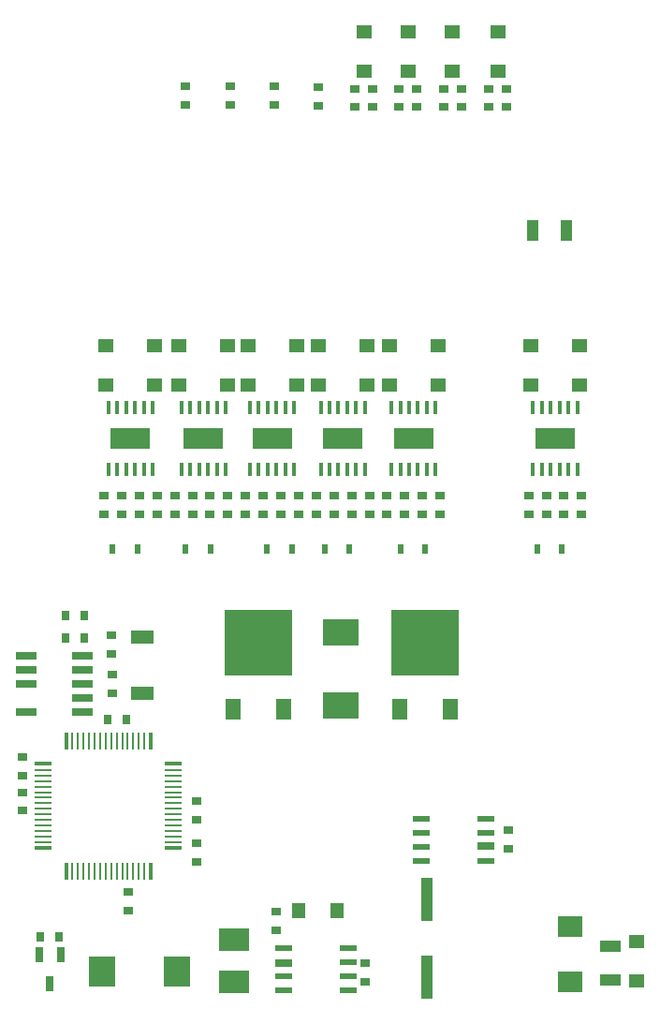
<source format=gtp>
G04 #@! TF.GenerationSoftware,KiCad,Pcbnew,(5.0.0-rc2-dev-130-g0bdae22af-dirty)*
G04 #@! TF.CreationDate,2018-12-21T20:13:30+02:00*
G04 #@! TF.ProjectId,icu,6963752E6B696361645F706362000000,rev?*
G04 #@! TF.SameCoordinates,Original*
G04 #@! TF.FileFunction,Paste,Top*
G04 #@! TF.FilePolarity,Positive*
%FSLAX46Y46*%
G04 Gerber Fmt 4.6, Leading zero omitted, Abs format (unit mm)*
G04 Created by KiCad (PCBNEW (5.0.0-rc2-dev-130-g0bdae22af-dirty)) date Fri Dec 21 20:13:30 2018*
%MOMM*%
%LPD*%
G01*
G04 APERTURE LIST*
%ADD10R,1.399540X1.297940*%
%ADD11R,0.939800X0.762000*%
%ADD12R,0.762000X0.939800*%
%ADD13R,1.899920X0.998220*%
%ADD14R,2.400000X2.700000*%
%ADD15R,2.800000X2.000000*%
%ADD16R,1.400000X1.900000*%
%ADD17R,6.100000X5.970000*%
%ADD18R,1.524000X0.600000*%
%ADD19R,1.524000X0.635000*%
%ADD20R,0.998220X3.997960*%
%ADD21R,2.179320X1.900000*%
%ADD22R,3.300000X2.400000*%
%ADD23R,1.297940X1.399540*%
%ADD24R,1.905000X0.635000*%
%ADD25R,0.400000X1.200000*%
%ADD26R,3.600000X1.900000*%
%ADD27R,0.398780X1.498600*%
%ADD28R,0.279400X1.498600*%
%ADD29R,1.498600X0.398780*%
%ADD30R,1.498600X0.279400*%
%ADD31R,2.000000X1.300000*%
%ADD32R,0.998220X1.899920*%
%ADD33R,0.700000X1.350000*%
%ADD34R,0.630000X0.830000*%
G04 APERTURE END LIST*
D10*
X194800000Y-133284700D03*
X194800000Y-136815300D03*
D11*
X151400000Y-94638200D03*
X151400000Y-92961800D03*
D12*
X140861800Y-132800000D03*
X142538200Y-132800000D03*
D13*
X192400000Y-136698600D03*
X192400000Y-133701400D03*
D11*
X170250000Y-135211800D03*
X170250000Y-136888200D03*
D14*
X153200000Y-136000000D03*
X146400000Y-136000000D03*
D15*
X158400000Y-133100000D03*
X158400000Y-136900000D03*
D16*
X158310000Y-112285000D03*
X162890000Y-112285000D03*
D17*
X160600000Y-106200000D03*
D18*
X168680610Y-133876856D03*
X168680610Y-135146856D03*
X168680610Y-136416856D03*
X168680610Y-137686856D03*
X162838610Y-137686856D03*
X162838610Y-136416856D03*
D19*
X162838610Y-135181856D03*
D18*
X162838610Y-133876856D03*
D20*
X175800000Y-129401620D03*
X175800000Y-136498380D03*
D11*
X148200000Y-92961800D03*
X148200000Y-94638200D03*
X146600000Y-94638200D03*
X146600000Y-92961800D03*
X157800000Y-92961800D03*
X157800000Y-94638200D03*
X164200000Y-94638200D03*
X164200000Y-92961800D03*
X170600000Y-92961800D03*
X170600000Y-94638200D03*
X177000000Y-94638200D03*
X177000000Y-92961800D03*
X189800000Y-94638200D03*
X189800000Y-92961800D03*
X183200000Y-124838200D03*
X183200000Y-123161800D03*
X148800000Y-128761800D03*
X148800000Y-130438200D03*
X139200000Y-121438200D03*
X139200000Y-119761800D03*
D12*
X146961800Y-113200000D03*
X148638200Y-113200000D03*
D11*
X139200000Y-118238200D03*
X139200000Y-116561800D03*
X155000000Y-120561800D03*
X155000000Y-122238200D03*
X155000000Y-124361800D03*
X155000000Y-126038200D03*
X147300000Y-107238200D03*
X147300000Y-105561800D03*
D16*
X173310000Y-112285000D03*
X177890000Y-112285000D03*
D17*
X175600000Y-106200000D03*
D21*
X188800000Y-136900000D03*
X188800000Y-131900000D03*
D22*
X168000000Y-111900000D03*
X168000000Y-105300000D03*
D23*
X167715300Y-130450000D03*
X164184700Y-130450000D03*
D10*
X151200000Y-82965300D03*
X151200000Y-79434700D03*
X146800000Y-79434700D03*
X146800000Y-82965300D03*
X157800000Y-82965300D03*
X157800000Y-79434700D03*
X153400000Y-79434700D03*
X153400000Y-82965300D03*
X164000000Y-79434700D03*
X164000000Y-82965300D03*
X159600000Y-82965300D03*
X159600000Y-79434700D03*
X170400000Y-82965300D03*
X170400000Y-79434700D03*
X166000000Y-79434700D03*
X166000000Y-82965300D03*
X176800000Y-79434700D03*
X176800000Y-82965300D03*
X172400000Y-82965300D03*
X172400000Y-79434700D03*
X189600000Y-79434700D03*
X189600000Y-82965300D03*
X185200000Y-82965300D03*
X185200000Y-79434700D03*
D24*
X139571753Y-107463830D03*
X144651753Y-107463830D03*
X139571753Y-108733830D03*
X144651753Y-108733830D03*
X139571753Y-110003830D03*
X144651753Y-110003830D03*
X144651753Y-111273830D03*
X139571753Y-112543830D03*
X144651753Y-112543830D03*
D11*
X154600000Y-94638200D03*
X154600000Y-92961800D03*
X153000000Y-92961800D03*
X153000000Y-94638200D03*
X161000000Y-94638200D03*
X161000000Y-92961800D03*
X159400000Y-92961800D03*
X159400000Y-94638200D03*
X167400000Y-94638200D03*
X167400000Y-92961800D03*
X165800000Y-92961800D03*
X165800000Y-94638200D03*
X173800000Y-94638200D03*
X173800000Y-92961800D03*
X172200000Y-92961800D03*
X172200000Y-94638200D03*
X186600000Y-94638200D03*
X186600000Y-92961800D03*
X185000000Y-94638200D03*
X185000000Y-92961800D03*
D12*
X144838200Y-105800000D03*
X143161800Y-105800000D03*
X144838200Y-103800000D03*
X143161800Y-103800000D03*
D25*
X147000000Y-90600000D03*
X147800000Y-90600000D03*
X148600000Y-90600000D03*
X149400000Y-90600000D03*
X150200000Y-90600000D03*
X151000000Y-90600000D03*
X151000000Y-85000000D03*
X150200000Y-85000000D03*
X149400000Y-85000000D03*
X148600000Y-85000000D03*
X147800000Y-85000000D03*
X147000000Y-85000000D03*
D26*
X149000000Y-87800000D03*
X155609657Y-87800000D03*
D25*
X153609657Y-85000000D03*
X154409657Y-85000000D03*
X155209657Y-85000000D03*
X156009657Y-85000000D03*
X156809657Y-85000000D03*
X157609657Y-85000000D03*
X157609657Y-90600000D03*
X156809657Y-90600000D03*
X156009657Y-90600000D03*
X155209657Y-90600000D03*
X154409657Y-90600000D03*
X153609657Y-90600000D03*
X159800000Y-90600000D03*
X160600000Y-90600000D03*
X161400000Y-90600000D03*
X162200000Y-90600000D03*
X163000000Y-90600000D03*
X163800000Y-90600000D03*
X163800000Y-85000000D03*
X163000000Y-85000000D03*
X162200000Y-85000000D03*
X161400000Y-85000000D03*
X160600000Y-85000000D03*
X159800000Y-85000000D03*
D26*
X161800000Y-87800000D03*
D25*
X166200000Y-90600000D03*
X167000000Y-90600000D03*
X167800000Y-90600000D03*
X168600000Y-90600000D03*
X169400000Y-90600000D03*
X170200000Y-90600000D03*
X170200000Y-85000000D03*
X169400000Y-85000000D03*
X168600000Y-85000000D03*
X167800000Y-85000000D03*
X167000000Y-85000000D03*
X166200000Y-85000000D03*
D26*
X168200000Y-87800000D03*
D25*
X172600000Y-90600000D03*
X173400000Y-90600000D03*
X174200000Y-90600000D03*
X175000000Y-90600000D03*
X175800000Y-90600000D03*
X176600000Y-90600000D03*
X176600000Y-85000000D03*
X175800000Y-85000000D03*
X175000000Y-85000000D03*
X174200000Y-85000000D03*
X173400000Y-85000000D03*
X172600000Y-85000000D03*
D26*
X174600000Y-87800000D03*
X187400000Y-87800000D03*
D25*
X185400000Y-85000000D03*
X186200000Y-85000000D03*
X187000000Y-85000000D03*
X187800000Y-85000000D03*
X188600000Y-85000000D03*
X189400000Y-85000000D03*
X189400000Y-90600000D03*
X188600000Y-90600000D03*
X187800000Y-90600000D03*
X187000000Y-90600000D03*
X186200000Y-90600000D03*
X185400000Y-90600000D03*
D18*
X175320433Y-125949570D03*
X175320433Y-124679570D03*
X175320433Y-123409570D03*
X175320433Y-122139570D03*
X181162433Y-122139570D03*
X181162433Y-123409570D03*
D19*
X181162433Y-124644570D03*
D18*
X181162433Y-125949570D03*
D27*
X143190000Y-126897880D03*
D28*
X143751340Y-126897880D03*
X144251720Y-126897880D03*
X144752100Y-126897880D03*
X145252480Y-126897880D03*
X145750320Y-126897880D03*
X146250700Y-126897880D03*
X146751080Y-126897880D03*
X147248920Y-126897880D03*
X147749300Y-126897880D03*
X148249680Y-126897880D03*
X148747520Y-126897880D03*
X149247900Y-126897880D03*
X149748280Y-126897880D03*
X150248660Y-126897880D03*
D27*
X150810000Y-126897880D03*
D29*
X152897880Y-124810000D03*
D30*
X152897880Y-124248660D03*
X152897880Y-123748280D03*
X152897880Y-123247900D03*
X152897880Y-122747520D03*
X152897880Y-122249680D03*
X152897880Y-121749300D03*
X152897880Y-121248920D03*
X152897880Y-120751080D03*
X152897880Y-120250700D03*
X152897880Y-119750320D03*
X152897880Y-119252480D03*
X152897880Y-118752100D03*
X152897880Y-118251720D03*
X152897880Y-117751340D03*
D29*
X152897880Y-117190000D03*
D27*
X150810000Y-115102120D03*
D28*
X150248660Y-115102120D03*
X149748280Y-115102120D03*
X149247900Y-115102120D03*
X148747520Y-115102120D03*
X148249680Y-115102120D03*
X147749300Y-115102120D03*
X147248920Y-115102120D03*
X146751080Y-115102120D03*
X146250700Y-115102120D03*
X145750320Y-115102120D03*
X145252480Y-115102120D03*
X144752100Y-115102120D03*
X144251720Y-115102120D03*
X143751340Y-115102120D03*
D27*
X143190000Y-115102120D03*
D29*
X141102120Y-117190000D03*
D30*
X141102120Y-117751340D03*
X141102120Y-118251720D03*
X141102120Y-118752100D03*
X141102120Y-119252480D03*
X141102120Y-119750320D03*
X141102120Y-120250700D03*
X141102120Y-120751080D03*
X141102120Y-121248920D03*
X141102120Y-121749300D03*
X141102120Y-122249680D03*
X141102120Y-122747520D03*
X141102120Y-123247900D03*
X141102120Y-123748280D03*
X141102120Y-124248660D03*
D29*
X141102120Y-124810000D03*
D31*
X150033170Y-105724862D03*
X150033170Y-110804862D03*
D10*
X170100000Y-54565300D03*
X170100000Y-51034700D03*
X174100000Y-51034700D03*
X174100000Y-54565300D03*
X178100000Y-54565300D03*
X178100000Y-51034700D03*
D32*
X188398600Y-69000000D03*
X185401400Y-69000000D03*
D11*
X153962873Y-55960460D03*
X153962873Y-57636860D03*
X158000000Y-57636860D03*
X158000000Y-55960460D03*
X162000000Y-55960460D03*
X162000000Y-57636860D03*
X169300000Y-56161800D03*
X169300000Y-57838200D03*
X170900000Y-56161800D03*
X170900000Y-57838200D03*
X173300000Y-56161800D03*
X173300000Y-57838200D03*
X174900000Y-57838200D03*
X174900000Y-56161800D03*
X177300000Y-56161800D03*
X177300000Y-57838200D03*
X178900000Y-56161800D03*
X178900000Y-57838200D03*
D10*
X182200000Y-54565300D03*
X182200000Y-51034700D03*
D11*
X181400000Y-56161800D03*
X181400000Y-57838200D03*
X183000000Y-57838200D03*
X183000000Y-56161800D03*
X166000000Y-57738200D03*
X166000000Y-56061800D03*
X162200000Y-130536800D03*
X162200000Y-132213200D03*
X147325000Y-109111800D03*
X147325000Y-110788200D03*
D33*
X141725000Y-137025000D03*
X140725000Y-134425000D03*
X142725000Y-134425000D03*
D34*
X156215000Y-97775000D03*
X153985000Y-97775000D03*
X161360000Y-97775000D03*
X163590000Y-97775000D03*
X168800000Y-97800000D03*
X166570000Y-97800000D03*
X175665000Y-97800000D03*
X173435000Y-97800000D03*
X185770000Y-97800000D03*
X188000000Y-97800000D03*
X147395000Y-97775000D03*
X149625000Y-97775000D03*
D11*
X156200000Y-92961800D03*
X156200000Y-94638200D03*
X162600000Y-92961800D03*
X162600000Y-94638200D03*
X169000000Y-94638200D03*
X169000000Y-92961800D03*
X175400000Y-94638200D03*
X175400000Y-92961800D03*
X188200000Y-94638200D03*
X188200000Y-92961800D03*
X149800000Y-92961800D03*
X149800000Y-94638200D03*
M02*

</source>
